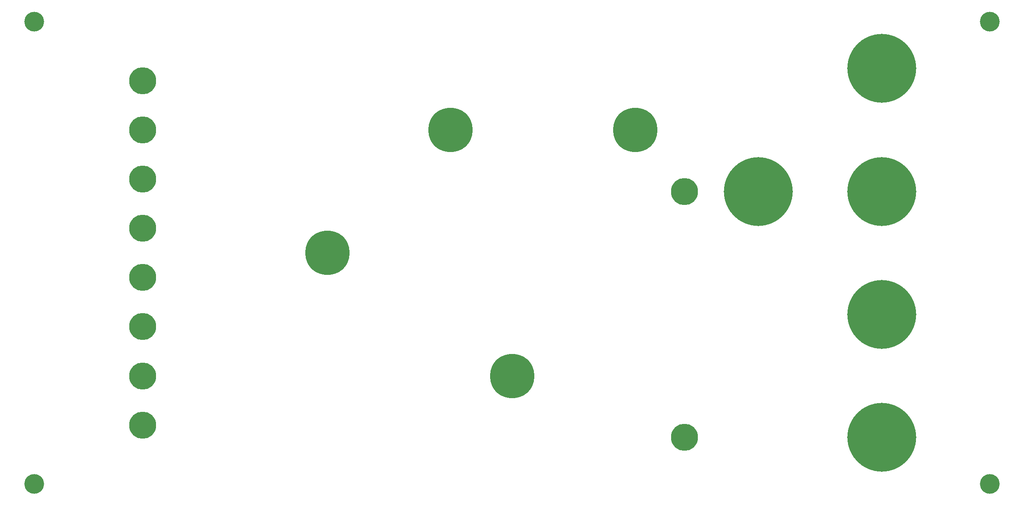
<source format=gbr>
%TF.GenerationSoftware,KiCad,Pcbnew,(6.0.5)*%
%TF.CreationDate,2022-06-04T19:29:46-05:00*%
%TF.ProjectId,TuringPanel,54757269-6e67-4506-916e-656c2e6b6963,rev?*%
%TF.SameCoordinates,Original*%
%TF.FileFunction,Copper,L3,Inr*%
%TF.FilePolarity,Positive*%
%FSLAX46Y46*%
G04 Gerber Fmt 4.6, Leading zero omitted, Abs format (unit mm)*
G04 Created by KiCad (PCBNEW (6.0.5)) date 2022-06-04 19:29:46*
%MOMM*%
%LPD*%
G01*
G04 APERTURE LIST*
%TA.AperFunction,ComponentPad*%
%ADD10C,14.000000*%
%TD*%
%TA.AperFunction,ComponentPad*%
%ADD11C,5.500000*%
%TD*%
%TA.AperFunction,ComponentPad*%
%ADD12C,4.000000*%
%TD*%
%TA.AperFunction,ComponentPad*%
%ADD13C,9.000000*%
%TD*%
G04 APERTURE END LIST*
D10*
%TO.N,GND*%
%TO.C,He*%
X210000000Y-107500000D03*
%TD*%
D11*
%TO.N,N/C*%
%TO.C,H24*%
X170000000Y-82500000D03*
%TD*%
%TO.N,N/C*%
%TO.C,H23*%
X170000000Y-132500000D03*
%TD*%
%TO.N,N/C*%
%TO.C,H22*%
X60000000Y-60000000D03*
%TD*%
%TO.N,N/C*%
%TO.C,H21*%
X60000000Y-70000000D03*
%TD*%
%TO.N,N/C*%
%TO.C,H20*%
X60000000Y-80000000D03*
%TD*%
D12*
%TO.N,GND*%
%TO.C,H19*%
X232000000Y-48000000D03*
%TD*%
D11*
%TO.N,N/C*%
%TO.C,H18*%
X60000000Y-90000000D03*
%TD*%
D12*
%TO.N,GND*%
%TO.C,H17*%
X38000000Y-48000000D03*
%TD*%
D11*
%TO.N,N/C*%
%TO.C,H16*%
X60000000Y-100000000D03*
%TD*%
D10*
%TO.N,GND*%
%TO.C,H15*%
X210000000Y-57500000D03*
%TD*%
D13*
%TO.N,GND*%
%TO.C,H13*%
X160000000Y-70000000D03*
%TD*%
%TO.N,GND*%
%TO.C,H12*%
X122500000Y-70000000D03*
%TD*%
D11*
%TO.N,N/C*%
%TO.C,H11*%
X60000000Y-110000000D03*
%TD*%
D10*
%TO.N,GND*%
%TO.C,H10*%
X210000000Y-82500000D03*
%TD*%
%TO.N,GND*%
%TO.C,H9*%
X185000000Y-82500000D03*
%TD*%
D13*
%TO.N,GND*%
%TO.C,H8*%
X97500000Y-95000000D03*
%TD*%
D11*
%TO.N,N/C*%
%TO.C,H7*%
X60000000Y-120000000D03*
%TD*%
D13*
%TO.N,GND*%
%TO.C,H6*%
X135000000Y-120000000D03*
%TD*%
D11*
%TO.N,N/C*%
%TO.C,H4*%
X60000000Y-130000000D03*
%TD*%
D12*
%TO.N,GND*%
%TO.C,H3*%
X38000000Y-142000000D03*
%TD*%
%TO.N,GND*%
%TO.C,H2*%
X232000000Y-142000000D03*
%TD*%
D10*
%TO.N,GND*%
%TO.C,H1*%
X210000000Y-132500000D03*
%TD*%
M02*

</source>
